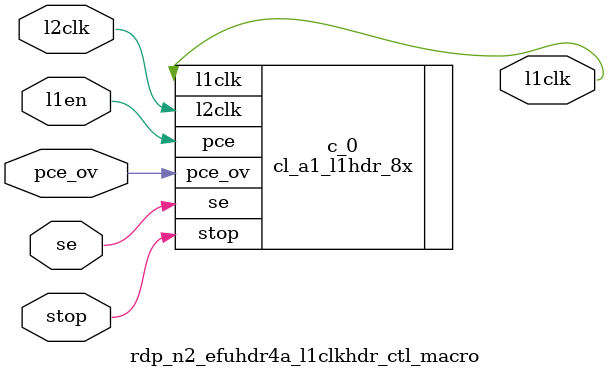
<source format=v>






module rdp_n2_efuhdr4a_l1clkhdr_ctl_macro (
  l2clk, 
  l1en, 
  pce_ov, 
  stop, 
  se, 
  l1clk);


  input l2clk;
  input l1en;
  input pce_ov;
  input stop;
  input se;
  output l1clk;



 

cl_a1_l1hdr_8x c_0 (


   .l2clk(l2clk),
   .pce(l1en),
   .l1clk(l1clk),
  .se(se),
  .pce_ov(pce_ov),
  .stop(stop)
);



endmodule









</source>
